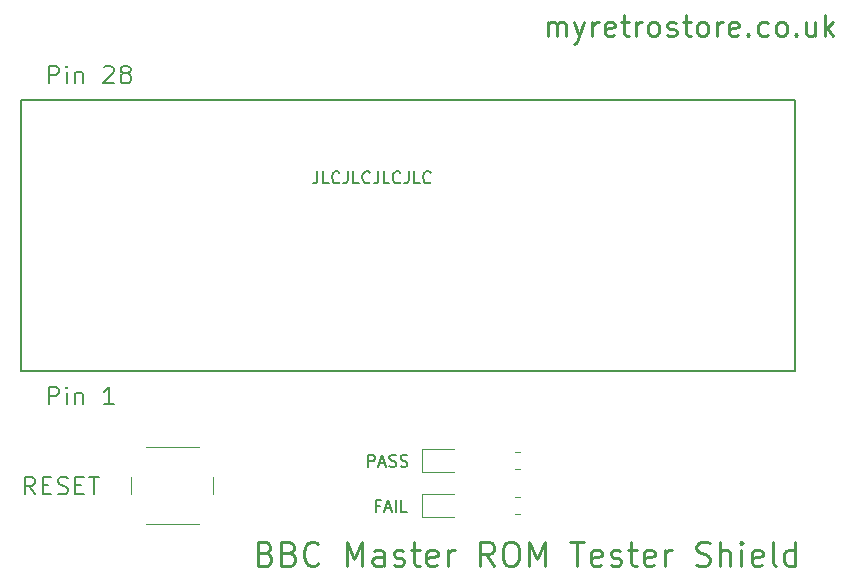
<source format=gbr>
G04 #@! TF.GenerationSoftware,KiCad,Pcbnew,8.0.4-unknown-202407162209~ee573a1480~ubuntu24.04.1*
G04 #@! TF.CreationDate,2024-07-25T22:24:25+01:00*
G04 #@! TF.ProjectId,BBC Master ROM Tester,42424320-4d61-4737-9465-7220524f4d20,1.0*
G04 #@! TF.SameCoordinates,Original*
G04 #@! TF.FileFunction,Legend,Top*
G04 #@! TF.FilePolarity,Positive*
%FSLAX46Y46*%
G04 Gerber Fmt 4.6, Leading zero omitted, Abs format (unit mm)*
G04 Created by KiCad (PCBNEW 8.0.4-unknown-202407162209~ee573a1480~ubuntu24.04.1) date 2024-07-25 22:24:25*
%MOMM*%
%LPD*%
G01*
G04 APERTURE LIST*
%ADD10C,0.150000*%
%ADD11C,0.187500*%
%ADD12C,0.250000*%
%ADD13C,0.225000*%
%ADD14C,0.120000*%
%ADD15C,0.127000*%
G04 APERTURE END LIST*
D10*
X164166779Y-93976819D02*
X164166779Y-92976819D01*
X164166779Y-92976819D02*
X164547731Y-92976819D01*
X164547731Y-92976819D02*
X164642969Y-93024438D01*
X164642969Y-93024438D02*
X164690588Y-93072057D01*
X164690588Y-93072057D02*
X164738207Y-93167295D01*
X164738207Y-93167295D02*
X164738207Y-93310152D01*
X164738207Y-93310152D02*
X164690588Y-93405390D01*
X164690588Y-93405390D02*
X164642969Y-93453009D01*
X164642969Y-93453009D02*
X164547731Y-93500628D01*
X164547731Y-93500628D02*
X164166779Y-93500628D01*
X165119160Y-93691104D02*
X165595350Y-93691104D01*
X165023922Y-93976819D02*
X165357255Y-92976819D01*
X165357255Y-92976819D02*
X165690588Y-93976819D01*
X165976303Y-93929200D02*
X166119160Y-93976819D01*
X166119160Y-93976819D02*
X166357255Y-93976819D01*
X166357255Y-93976819D02*
X166452493Y-93929200D01*
X166452493Y-93929200D02*
X166500112Y-93881580D01*
X166500112Y-93881580D02*
X166547731Y-93786342D01*
X166547731Y-93786342D02*
X166547731Y-93691104D01*
X166547731Y-93691104D02*
X166500112Y-93595866D01*
X166500112Y-93595866D02*
X166452493Y-93548247D01*
X166452493Y-93548247D02*
X166357255Y-93500628D01*
X166357255Y-93500628D02*
X166166779Y-93453009D01*
X166166779Y-93453009D02*
X166071541Y-93405390D01*
X166071541Y-93405390D02*
X166023922Y-93357771D01*
X166023922Y-93357771D02*
X165976303Y-93262533D01*
X165976303Y-93262533D02*
X165976303Y-93167295D01*
X165976303Y-93167295D02*
X166023922Y-93072057D01*
X166023922Y-93072057D02*
X166071541Y-93024438D01*
X166071541Y-93024438D02*
X166166779Y-92976819D01*
X166166779Y-92976819D02*
X166404874Y-92976819D01*
X166404874Y-92976819D02*
X166547731Y-93024438D01*
X166928684Y-93929200D02*
X167071541Y-93976819D01*
X167071541Y-93976819D02*
X167309636Y-93976819D01*
X167309636Y-93976819D02*
X167404874Y-93929200D01*
X167404874Y-93929200D02*
X167452493Y-93881580D01*
X167452493Y-93881580D02*
X167500112Y-93786342D01*
X167500112Y-93786342D02*
X167500112Y-93691104D01*
X167500112Y-93691104D02*
X167452493Y-93595866D01*
X167452493Y-93595866D02*
X167404874Y-93548247D01*
X167404874Y-93548247D02*
X167309636Y-93500628D01*
X167309636Y-93500628D02*
X167119160Y-93453009D01*
X167119160Y-93453009D02*
X167023922Y-93405390D01*
X167023922Y-93405390D02*
X166976303Y-93357771D01*
X166976303Y-93357771D02*
X166928684Y-93262533D01*
X166928684Y-93262533D02*
X166928684Y-93167295D01*
X166928684Y-93167295D02*
X166976303Y-93072057D01*
X166976303Y-93072057D02*
X167023922Y-93024438D01*
X167023922Y-93024438D02*
X167119160Y-92976819D01*
X167119160Y-92976819D02*
X167357255Y-92976819D01*
X167357255Y-92976819D02*
X167500112Y-93024438D01*
D11*
X137132497Y-61528678D02*
X137132497Y-60028678D01*
X137132497Y-60028678D02*
X137703926Y-60028678D01*
X137703926Y-60028678D02*
X137846783Y-60100107D01*
X137846783Y-60100107D02*
X137918212Y-60171535D01*
X137918212Y-60171535D02*
X137989640Y-60314392D01*
X137989640Y-60314392D02*
X137989640Y-60528678D01*
X137989640Y-60528678D02*
X137918212Y-60671535D01*
X137918212Y-60671535D02*
X137846783Y-60742964D01*
X137846783Y-60742964D02*
X137703926Y-60814392D01*
X137703926Y-60814392D02*
X137132497Y-60814392D01*
X138632497Y-61528678D02*
X138632497Y-60528678D01*
X138632497Y-60028678D02*
X138561069Y-60100107D01*
X138561069Y-60100107D02*
X138632497Y-60171535D01*
X138632497Y-60171535D02*
X138703926Y-60100107D01*
X138703926Y-60100107D02*
X138632497Y-60028678D01*
X138632497Y-60028678D02*
X138632497Y-60171535D01*
X139346783Y-60528678D02*
X139346783Y-61528678D01*
X139346783Y-60671535D02*
X139418212Y-60600107D01*
X139418212Y-60600107D02*
X139561069Y-60528678D01*
X139561069Y-60528678D02*
X139775355Y-60528678D01*
X139775355Y-60528678D02*
X139918212Y-60600107D01*
X139918212Y-60600107D02*
X139989641Y-60742964D01*
X139989641Y-60742964D02*
X139989641Y-61528678D01*
X141775355Y-60171535D02*
X141846783Y-60100107D01*
X141846783Y-60100107D02*
X141989641Y-60028678D01*
X141989641Y-60028678D02*
X142346783Y-60028678D01*
X142346783Y-60028678D02*
X142489641Y-60100107D01*
X142489641Y-60100107D02*
X142561069Y-60171535D01*
X142561069Y-60171535D02*
X142632498Y-60314392D01*
X142632498Y-60314392D02*
X142632498Y-60457250D01*
X142632498Y-60457250D02*
X142561069Y-60671535D01*
X142561069Y-60671535D02*
X141703926Y-61528678D01*
X141703926Y-61528678D02*
X142632498Y-61528678D01*
X143489640Y-60671535D02*
X143346783Y-60600107D01*
X143346783Y-60600107D02*
X143275354Y-60528678D01*
X143275354Y-60528678D02*
X143203926Y-60385821D01*
X143203926Y-60385821D02*
X143203926Y-60314392D01*
X143203926Y-60314392D02*
X143275354Y-60171535D01*
X143275354Y-60171535D02*
X143346783Y-60100107D01*
X143346783Y-60100107D02*
X143489640Y-60028678D01*
X143489640Y-60028678D02*
X143775354Y-60028678D01*
X143775354Y-60028678D02*
X143918212Y-60100107D01*
X143918212Y-60100107D02*
X143989640Y-60171535D01*
X143989640Y-60171535D02*
X144061069Y-60314392D01*
X144061069Y-60314392D02*
X144061069Y-60385821D01*
X144061069Y-60385821D02*
X143989640Y-60528678D01*
X143989640Y-60528678D02*
X143918212Y-60600107D01*
X143918212Y-60600107D02*
X143775354Y-60671535D01*
X143775354Y-60671535D02*
X143489640Y-60671535D01*
X143489640Y-60671535D02*
X143346783Y-60742964D01*
X143346783Y-60742964D02*
X143275354Y-60814392D01*
X143275354Y-60814392D02*
X143203926Y-60957250D01*
X143203926Y-60957250D02*
X143203926Y-61242964D01*
X143203926Y-61242964D02*
X143275354Y-61385821D01*
X143275354Y-61385821D02*
X143346783Y-61457250D01*
X143346783Y-61457250D02*
X143489640Y-61528678D01*
X143489640Y-61528678D02*
X143775354Y-61528678D01*
X143775354Y-61528678D02*
X143918212Y-61457250D01*
X143918212Y-61457250D02*
X143989640Y-61385821D01*
X143989640Y-61385821D02*
X144061069Y-61242964D01*
X144061069Y-61242964D02*
X144061069Y-60957250D01*
X144061069Y-60957250D02*
X143989640Y-60814392D01*
X143989640Y-60814392D02*
X143918212Y-60742964D01*
X143918212Y-60742964D02*
X143775354Y-60671535D01*
X137132497Y-88706678D02*
X137132497Y-87206678D01*
X137132497Y-87206678D02*
X137703926Y-87206678D01*
X137703926Y-87206678D02*
X137846783Y-87278107D01*
X137846783Y-87278107D02*
X137918212Y-87349535D01*
X137918212Y-87349535D02*
X137989640Y-87492392D01*
X137989640Y-87492392D02*
X137989640Y-87706678D01*
X137989640Y-87706678D02*
X137918212Y-87849535D01*
X137918212Y-87849535D02*
X137846783Y-87920964D01*
X137846783Y-87920964D02*
X137703926Y-87992392D01*
X137703926Y-87992392D02*
X137132497Y-87992392D01*
X138632497Y-88706678D02*
X138632497Y-87706678D01*
X138632497Y-87206678D02*
X138561069Y-87278107D01*
X138561069Y-87278107D02*
X138632497Y-87349535D01*
X138632497Y-87349535D02*
X138703926Y-87278107D01*
X138703926Y-87278107D02*
X138632497Y-87206678D01*
X138632497Y-87206678D02*
X138632497Y-87349535D01*
X139346783Y-87706678D02*
X139346783Y-88706678D01*
X139346783Y-87849535D02*
X139418212Y-87778107D01*
X139418212Y-87778107D02*
X139561069Y-87706678D01*
X139561069Y-87706678D02*
X139775355Y-87706678D01*
X139775355Y-87706678D02*
X139918212Y-87778107D01*
X139918212Y-87778107D02*
X139989641Y-87920964D01*
X139989641Y-87920964D02*
X139989641Y-88706678D01*
X142632498Y-88706678D02*
X141775355Y-88706678D01*
X142203926Y-88706678D02*
X142203926Y-87206678D01*
X142203926Y-87206678D02*
X142061069Y-87420964D01*
X142061069Y-87420964D02*
X141918212Y-87563821D01*
X141918212Y-87563821D02*
X141775355Y-87635250D01*
X135957640Y-96326678D02*
X135457640Y-95612392D01*
X135100497Y-96326678D02*
X135100497Y-94826678D01*
X135100497Y-94826678D02*
X135671926Y-94826678D01*
X135671926Y-94826678D02*
X135814783Y-94898107D01*
X135814783Y-94898107D02*
X135886212Y-94969535D01*
X135886212Y-94969535D02*
X135957640Y-95112392D01*
X135957640Y-95112392D02*
X135957640Y-95326678D01*
X135957640Y-95326678D02*
X135886212Y-95469535D01*
X135886212Y-95469535D02*
X135814783Y-95540964D01*
X135814783Y-95540964D02*
X135671926Y-95612392D01*
X135671926Y-95612392D02*
X135100497Y-95612392D01*
X136600497Y-95540964D02*
X137100497Y-95540964D01*
X137314783Y-96326678D02*
X136600497Y-96326678D01*
X136600497Y-96326678D02*
X136600497Y-94826678D01*
X136600497Y-94826678D02*
X137314783Y-94826678D01*
X137886212Y-96255250D02*
X138100498Y-96326678D01*
X138100498Y-96326678D02*
X138457640Y-96326678D01*
X138457640Y-96326678D02*
X138600498Y-96255250D01*
X138600498Y-96255250D02*
X138671926Y-96183821D01*
X138671926Y-96183821D02*
X138743355Y-96040964D01*
X138743355Y-96040964D02*
X138743355Y-95898107D01*
X138743355Y-95898107D02*
X138671926Y-95755250D01*
X138671926Y-95755250D02*
X138600498Y-95683821D01*
X138600498Y-95683821D02*
X138457640Y-95612392D01*
X138457640Y-95612392D02*
X138171926Y-95540964D01*
X138171926Y-95540964D02*
X138029069Y-95469535D01*
X138029069Y-95469535D02*
X137957640Y-95398107D01*
X137957640Y-95398107D02*
X137886212Y-95255250D01*
X137886212Y-95255250D02*
X137886212Y-95112392D01*
X137886212Y-95112392D02*
X137957640Y-94969535D01*
X137957640Y-94969535D02*
X138029069Y-94898107D01*
X138029069Y-94898107D02*
X138171926Y-94826678D01*
X138171926Y-94826678D02*
X138529069Y-94826678D01*
X138529069Y-94826678D02*
X138743355Y-94898107D01*
X139386211Y-95540964D02*
X139886211Y-95540964D01*
X140100497Y-96326678D02*
X139386211Y-96326678D01*
X139386211Y-96326678D02*
X139386211Y-94826678D01*
X139386211Y-94826678D02*
X140100497Y-94826678D01*
X140529069Y-94826678D02*
X141386212Y-94826678D01*
X140957640Y-96326678D02*
X140957640Y-94826678D01*
D12*
X155485330Y-101310619D02*
X155771044Y-101405857D01*
X155771044Y-101405857D02*
X155866282Y-101501095D01*
X155866282Y-101501095D02*
X155961520Y-101691571D01*
X155961520Y-101691571D02*
X155961520Y-101977285D01*
X155961520Y-101977285D02*
X155866282Y-102167761D01*
X155866282Y-102167761D02*
X155771044Y-102263000D01*
X155771044Y-102263000D02*
X155580568Y-102358238D01*
X155580568Y-102358238D02*
X154818663Y-102358238D01*
X154818663Y-102358238D02*
X154818663Y-100358238D01*
X154818663Y-100358238D02*
X155485330Y-100358238D01*
X155485330Y-100358238D02*
X155675806Y-100453476D01*
X155675806Y-100453476D02*
X155771044Y-100548714D01*
X155771044Y-100548714D02*
X155866282Y-100739190D01*
X155866282Y-100739190D02*
X155866282Y-100929666D01*
X155866282Y-100929666D02*
X155771044Y-101120142D01*
X155771044Y-101120142D02*
X155675806Y-101215380D01*
X155675806Y-101215380D02*
X155485330Y-101310619D01*
X155485330Y-101310619D02*
X154818663Y-101310619D01*
X157485330Y-101310619D02*
X157771044Y-101405857D01*
X157771044Y-101405857D02*
X157866282Y-101501095D01*
X157866282Y-101501095D02*
X157961520Y-101691571D01*
X157961520Y-101691571D02*
X157961520Y-101977285D01*
X157961520Y-101977285D02*
X157866282Y-102167761D01*
X157866282Y-102167761D02*
X157771044Y-102263000D01*
X157771044Y-102263000D02*
X157580568Y-102358238D01*
X157580568Y-102358238D02*
X156818663Y-102358238D01*
X156818663Y-102358238D02*
X156818663Y-100358238D01*
X156818663Y-100358238D02*
X157485330Y-100358238D01*
X157485330Y-100358238D02*
X157675806Y-100453476D01*
X157675806Y-100453476D02*
X157771044Y-100548714D01*
X157771044Y-100548714D02*
X157866282Y-100739190D01*
X157866282Y-100739190D02*
X157866282Y-100929666D01*
X157866282Y-100929666D02*
X157771044Y-101120142D01*
X157771044Y-101120142D02*
X157675806Y-101215380D01*
X157675806Y-101215380D02*
X157485330Y-101310619D01*
X157485330Y-101310619D02*
X156818663Y-101310619D01*
X159961520Y-102167761D02*
X159866282Y-102263000D01*
X159866282Y-102263000D02*
X159580568Y-102358238D01*
X159580568Y-102358238D02*
X159390092Y-102358238D01*
X159390092Y-102358238D02*
X159104377Y-102263000D01*
X159104377Y-102263000D02*
X158913901Y-102072523D01*
X158913901Y-102072523D02*
X158818663Y-101882047D01*
X158818663Y-101882047D02*
X158723425Y-101501095D01*
X158723425Y-101501095D02*
X158723425Y-101215380D01*
X158723425Y-101215380D02*
X158818663Y-100834428D01*
X158818663Y-100834428D02*
X158913901Y-100643952D01*
X158913901Y-100643952D02*
X159104377Y-100453476D01*
X159104377Y-100453476D02*
X159390092Y-100358238D01*
X159390092Y-100358238D02*
X159580568Y-100358238D01*
X159580568Y-100358238D02*
X159866282Y-100453476D01*
X159866282Y-100453476D02*
X159961520Y-100548714D01*
X162342473Y-102358238D02*
X162342473Y-100358238D01*
X162342473Y-100358238D02*
X163009140Y-101786809D01*
X163009140Y-101786809D02*
X163675806Y-100358238D01*
X163675806Y-100358238D02*
X163675806Y-102358238D01*
X165485330Y-102358238D02*
X165485330Y-101310619D01*
X165485330Y-101310619D02*
X165390092Y-101120142D01*
X165390092Y-101120142D02*
X165199616Y-101024904D01*
X165199616Y-101024904D02*
X164818663Y-101024904D01*
X164818663Y-101024904D02*
X164628187Y-101120142D01*
X165485330Y-102263000D02*
X165294854Y-102358238D01*
X165294854Y-102358238D02*
X164818663Y-102358238D01*
X164818663Y-102358238D02*
X164628187Y-102263000D01*
X164628187Y-102263000D02*
X164532949Y-102072523D01*
X164532949Y-102072523D02*
X164532949Y-101882047D01*
X164532949Y-101882047D02*
X164628187Y-101691571D01*
X164628187Y-101691571D02*
X164818663Y-101596333D01*
X164818663Y-101596333D02*
X165294854Y-101596333D01*
X165294854Y-101596333D02*
X165485330Y-101501095D01*
X166342473Y-102263000D02*
X166532949Y-102358238D01*
X166532949Y-102358238D02*
X166913901Y-102358238D01*
X166913901Y-102358238D02*
X167104378Y-102263000D01*
X167104378Y-102263000D02*
X167199616Y-102072523D01*
X167199616Y-102072523D02*
X167199616Y-101977285D01*
X167199616Y-101977285D02*
X167104378Y-101786809D01*
X167104378Y-101786809D02*
X166913901Y-101691571D01*
X166913901Y-101691571D02*
X166628187Y-101691571D01*
X166628187Y-101691571D02*
X166437711Y-101596333D01*
X166437711Y-101596333D02*
X166342473Y-101405857D01*
X166342473Y-101405857D02*
X166342473Y-101310619D01*
X166342473Y-101310619D02*
X166437711Y-101120142D01*
X166437711Y-101120142D02*
X166628187Y-101024904D01*
X166628187Y-101024904D02*
X166913901Y-101024904D01*
X166913901Y-101024904D02*
X167104378Y-101120142D01*
X167771045Y-101024904D02*
X168532949Y-101024904D01*
X168056759Y-100358238D02*
X168056759Y-102072523D01*
X168056759Y-102072523D02*
X168151997Y-102263000D01*
X168151997Y-102263000D02*
X168342473Y-102358238D01*
X168342473Y-102358238D02*
X168532949Y-102358238D01*
X169961521Y-102263000D02*
X169771045Y-102358238D01*
X169771045Y-102358238D02*
X169390092Y-102358238D01*
X169390092Y-102358238D02*
X169199616Y-102263000D01*
X169199616Y-102263000D02*
X169104378Y-102072523D01*
X169104378Y-102072523D02*
X169104378Y-101310619D01*
X169104378Y-101310619D02*
X169199616Y-101120142D01*
X169199616Y-101120142D02*
X169390092Y-101024904D01*
X169390092Y-101024904D02*
X169771045Y-101024904D01*
X169771045Y-101024904D02*
X169961521Y-101120142D01*
X169961521Y-101120142D02*
X170056759Y-101310619D01*
X170056759Y-101310619D02*
X170056759Y-101501095D01*
X170056759Y-101501095D02*
X169104378Y-101691571D01*
X170913902Y-102358238D02*
X170913902Y-101024904D01*
X170913902Y-101405857D02*
X171009140Y-101215380D01*
X171009140Y-101215380D02*
X171104378Y-101120142D01*
X171104378Y-101120142D02*
X171294854Y-101024904D01*
X171294854Y-101024904D02*
X171485331Y-101024904D01*
X174818664Y-102358238D02*
X174151997Y-101405857D01*
X173675807Y-102358238D02*
X173675807Y-100358238D01*
X173675807Y-100358238D02*
X174437712Y-100358238D01*
X174437712Y-100358238D02*
X174628188Y-100453476D01*
X174628188Y-100453476D02*
X174723426Y-100548714D01*
X174723426Y-100548714D02*
X174818664Y-100739190D01*
X174818664Y-100739190D02*
X174818664Y-101024904D01*
X174818664Y-101024904D02*
X174723426Y-101215380D01*
X174723426Y-101215380D02*
X174628188Y-101310619D01*
X174628188Y-101310619D02*
X174437712Y-101405857D01*
X174437712Y-101405857D02*
X173675807Y-101405857D01*
X176056759Y-100358238D02*
X176437712Y-100358238D01*
X176437712Y-100358238D02*
X176628188Y-100453476D01*
X176628188Y-100453476D02*
X176818664Y-100643952D01*
X176818664Y-100643952D02*
X176913902Y-101024904D01*
X176913902Y-101024904D02*
X176913902Y-101691571D01*
X176913902Y-101691571D02*
X176818664Y-102072523D01*
X176818664Y-102072523D02*
X176628188Y-102263000D01*
X176628188Y-102263000D02*
X176437712Y-102358238D01*
X176437712Y-102358238D02*
X176056759Y-102358238D01*
X176056759Y-102358238D02*
X175866283Y-102263000D01*
X175866283Y-102263000D02*
X175675807Y-102072523D01*
X175675807Y-102072523D02*
X175580569Y-101691571D01*
X175580569Y-101691571D02*
X175580569Y-101024904D01*
X175580569Y-101024904D02*
X175675807Y-100643952D01*
X175675807Y-100643952D02*
X175866283Y-100453476D01*
X175866283Y-100453476D02*
X176056759Y-100358238D01*
X177771045Y-102358238D02*
X177771045Y-100358238D01*
X177771045Y-100358238D02*
X178437712Y-101786809D01*
X178437712Y-101786809D02*
X179104378Y-100358238D01*
X179104378Y-100358238D02*
X179104378Y-102358238D01*
X181294855Y-100358238D02*
X182437712Y-100358238D01*
X181866283Y-102358238D02*
X181866283Y-100358238D01*
X183866284Y-102263000D02*
X183675808Y-102358238D01*
X183675808Y-102358238D02*
X183294855Y-102358238D01*
X183294855Y-102358238D02*
X183104379Y-102263000D01*
X183104379Y-102263000D02*
X183009141Y-102072523D01*
X183009141Y-102072523D02*
X183009141Y-101310619D01*
X183009141Y-101310619D02*
X183104379Y-101120142D01*
X183104379Y-101120142D02*
X183294855Y-101024904D01*
X183294855Y-101024904D02*
X183675808Y-101024904D01*
X183675808Y-101024904D02*
X183866284Y-101120142D01*
X183866284Y-101120142D02*
X183961522Y-101310619D01*
X183961522Y-101310619D02*
X183961522Y-101501095D01*
X183961522Y-101501095D02*
X183009141Y-101691571D01*
X184723427Y-102263000D02*
X184913903Y-102358238D01*
X184913903Y-102358238D02*
X185294855Y-102358238D01*
X185294855Y-102358238D02*
X185485332Y-102263000D01*
X185485332Y-102263000D02*
X185580570Y-102072523D01*
X185580570Y-102072523D02*
X185580570Y-101977285D01*
X185580570Y-101977285D02*
X185485332Y-101786809D01*
X185485332Y-101786809D02*
X185294855Y-101691571D01*
X185294855Y-101691571D02*
X185009141Y-101691571D01*
X185009141Y-101691571D02*
X184818665Y-101596333D01*
X184818665Y-101596333D02*
X184723427Y-101405857D01*
X184723427Y-101405857D02*
X184723427Y-101310619D01*
X184723427Y-101310619D02*
X184818665Y-101120142D01*
X184818665Y-101120142D02*
X185009141Y-101024904D01*
X185009141Y-101024904D02*
X185294855Y-101024904D01*
X185294855Y-101024904D02*
X185485332Y-101120142D01*
X186151999Y-101024904D02*
X186913903Y-101024904D01*
X186437713Y-100358238D02*
X186437713Y-102072523D01*
X186437713Y-102072523D02*
X186532951Y-102263000D01*
X186532951Y-102263000D02*
X186723427Y-102358238D01*
X186723427Y-102358238D02*
X186913903Y-102358238D01*
X188342475Y-102263000D02*
X188151999Y-102358238D01*
X188151999Y-102358238D02*
X187771046Y-102358238D01*
X187771046Y-102358238D02*
X187580570Y-102263000D01*
X187580570Y-102263000D02*
X187485332Y-102072523D01*
X187485332Y-102072523D02*
X187485332Y-101310619D01*
X187485332Y-101310619D02*
X187580570Y-101120142D01*
X187580570Y-101120142D02*
X187771046Y-101024904D01*
X187771046Y-101024904D02*
X188151999Y-101024904D01*
X188151999Y-101024904D02*
X188342475Y-101120142D01*
X188342475Y-101120142D02*
X188437713Y-101310619D01*
X188437713Y-101310619D02*
X188437713Y-101501095D01*
X188437713Y-101501095D02*
X187485332Y-101691571D01*
X189294856Y-102358238D02*
X189294856Y-101024904D01*
X189294856Y-101405857D02*
X189390094Y-101215380D01*
X189390094Y-101215380D02*
X189485332Y-101120142D01*
X189485332Y-101120142D02*
X189675808Y-101024904D01*
X189675808Y-101024904D02*
X189866285Y-101024904D01*
X191961523Y-102263000D02*
X192247237Y-102358238D01*
X192247237Y-102358238D02*
X192723428Y-102358238D01*
X192723428Y-102358238D02*
X192913904Y-102263000D01*
X192913904Y-102263000D02*
X193009142Y-102167761D01*
X193009142Y-102167761D02*
X193104380Y-101977285D01*
X193104380Y-101977285D02*
X193104380Y-101786809D01*
X193104380Y-101786809D02*
X193009142Y-101596333D01*
X193009142Y-101596333D02*
X192913904Y-101501095D01*
X192913904Y-101501095D02*
X192723428Y-101405857D01*
X192723428Y-101405857D02*
X192342475Y-101310619D01*
X192342475Y-101310619D02*
X192151999Y-101215380D01*
X192151999Y-101215380D02*
X192056761Y-101120142D01*
X192056761Y-101120142D02*
X191961523Y-100929666D01*
X191961523Y-100929666D02*
X191961523Y-100739190D01*
X191961523Y-100739190D02*
X192056761Y-100548714D01*
X192056761Y-100548714D02*
X192151999Y-100453476D01*
X192151999Y-100453476D02*
X192342475Y-100358238D01*
X192342475Y-100358238D02*
X192818666Y-100358238D01*
X192818666Y-100358238D02*
X193104380Y-100453476D01*
X193961523Y-102358238D02*
X193961523Y-100358238D01*
X194818666Y-102358238D02*
X194818666Y-101310619D01*
X194818666Y-101310619D02*
X194723428Y-101120142D01*
X194723428Y-101120142D02*
X194532952Y-101024904D01*
X194532952Y-101024904D02*
X194247237Y-101024904D01*
X194247237Y-101024904D02*
X194056761Y-101120142D01*
X194056761Y-101120142D02*
X193961523Y-101215380D01*
X195771047Y-102358238D02*
X195771047Y-101024904D01*
X195771047Y-100358238D02*
X195675809Y-100453476D01*
X195675809Y-100453476D02*
X195771047Y-100548714D01*
X195771047Y-100548714D02*
X195866285Y-100453476D01*
X195866285Y-100453476D02*
X195771047Y-100358238D01*
X195771047Y-100358238D02*
X195771047Y-100548714D01*
X197485333Y-102263000D02*
X197294857Y-102358238D01*
X197294857Y-102358238D02*
X196913904Y-102358238D01*
X196913904Y-102358238D02*
X196723428Y-102263000D01*
X196723428Y-102263000D02*
X196628190Y-102072523D01*
X196628190Y-102072523D02*
X196628190Y-101310619D01*
X196628190Y-101310619D02*
X196723428Y-101120142D01*
X196723428Y-101120142D02*
X196913904Y-101024904D01*
X196913904Y-101024904D02*
X197294857Y-101024904D01*
X197294857Y-101024904D02*
X197485333Y-101120142D01*
X197485333Y-101120142D02*
X197580571Y-101310619D01*
X197580571Y-101310619D02*
X197580571Y-101501095D01*
X197580571Y-101501095D02*
X196628190Y-101691571D01*
X198723428Y-102358238D02*
X198532952Y-102263000D01*
X198532952Y-102263000D02*
X198437714Y-102072523D01*
X198437714Y-102072523D02*
X198437714Y-100358238D01*
X200342476Y-102358238D02*
X200342476Y-100358238D01*
X200342476Y-102263000D02*
X200152000Y-102358238D01*
X200152000Y-102358238D02*
X199771047Y-102358238D01*
X199771047Y-102358238D02*
X199580571Y-102263000D01*
X199580571Y-102263000D02*
X199485333Y-102167761D01*
X199485333Y-102167761D02*
X199390095Y-101977285D01*
X199390095Y-101977285D02*
X199390095Y-101405857D01*
X199390095Y-101405857D02*
X199485333Y-101215380D01*
X199485333Y-101215380D02*
X199580571Y-101120142D01*
X199580571Y-101120142D02*
X199771047Y-101024904D01*
X199771047Y-101024904D02*
X200152000Y-101024904D01*
X200152000Y-101024904D02*
X200342476Y-101120142D01*
D10*
X165135112Y-97263009D02*
X164801779Y-97263009D01*
X164801779Y-97786819D02*
X164801779Y-96786819D01*
X164801779Y-96786819D02*
X165277969Y-96786819D01*
X165611303Y-97501104D02*
X166087493Y-97501104D01*
X165516065Y-97786819D02*
X165849398Y-96786819D01*
X165849398Y-96786819D02*
X166182731Y-97786819D01*
X166516065Y-97786819D02*
X166516065Y-96786819D01*
X167468445Y-97786819D02*
X166992255Y-97786819D01*
X166992255Y-97786819D02*
X166992255Y-96786819D01*
D13*
X179392597Y-57553014D02*
X179392597Y-56353014D01*
X179392597Y-56524442D02*
X179478311Y-56438728D01*
X179478311Y-56438728D02*
X179649740Y-56353014D01*
X179649740Y-56353014D02*
X179906883Y-56353014D01*
X179906883Y-56353014D02*
X180078311Y-56438728D01*
X180078311Y-56438728D02*
X180164026Y-56610157D01*
X180164026Y-56610157D02*
X180164026Y-57553014D01*
X180164026Y-56610157D02*
X180249740Y-56438728D01*
X180249740Y-56438728D02*
X180421168Y-56353014D01*
X180421168Y-56353014D02*
X180678311Y-56353014D01*
X180678311Y-56353014D02*
X180849740Y-56438728D01*
X180849740Y-56438728D02*
X180935454Y-56610157D01*
X180935454Y-56610157D02*
X180935454Y-57553014D01*
X181621168Y-56353014D02*
X182049740Y-57553014D01*
X182478311Y-56353014D02*
X182049740Y-57553014D01*
X182049740Y-57553014D02*
X181878311Y-57981585D01*
X181878311Y-57981585D02*
X181792597Y-58067300D01*
X181792597Y-58067300D02*
X181621168Y-58153014D01*
X183164026Y-57553014D02*
X183164026Y-56353014D01*
X183164026Y-56695871D02*
X183249740Y-56524442D01*
X183249740Y-56524442D02*
X183335455Y-56438728D01*
X183335455Y-56438728D02*
X183506883Y-56353014D01*
X183506883Y-56353014D02*
X183678312Y-56353014D01*
X184964026Y-57467300D02*
X184792598Y-57553014D01*
X184792598Y-57553014D02*
X184449741Y-57553014D01*
X184449741Y-57553014D02*
X184278312Y-57467300D01*
X184278312Y-57467300D02*
X184192598Y-57295871D01*
X184192598Y-57295871D02*
X184192598Y-56610157D01*
X184192598Y-56610157D02*
X184278312Y-56438728D01*
X184278312Y-56438728D02*
X184449741Y-56353014D01*
X184449741Y-56353014D02*
X184792598Y-56353014D01*
X184792598Y-56353014D02*
X184964026Y-56438728D01*
X184964026Y-56438728D02*
X185049741Y-56610157D01*
X185049741Y-56610157D02*
X185049741Y-56781585D01*
X185049741Y-56781585D02*
X184192598Y-56953014D01*
X185564026Y-56353014D02*
X186249740Y-56353014D01*
X185821169Y-55753014D02*
X185821169Y-57295871D01*
X185821169Y-57295871D02*
X185906883Y-57467300D01*
X185906883Y-57467300D02*
X186078312Y-57553014D01*
X186078312Y-57553014D02*
X186249740Y-57553014D01*
X186849740Y-57553014D02*
X186849740Y-56353014D01*
X186849740Y-56695871D02*
X186935454Y-56524442D01*
X186935454Y-56524442D02*
X187021169Y-56438728D01*
X187021169Y-56438728D02*
X187192597Y-56353014D01*
X187192597Y-56353014D02*
X187364026Y-56353014D01*
X188221169Y-57553014D02*
X188049740Y-57467300D01*
X188049740Y-57467300D02*
X187964026Y-57381585D01*
X187964026Y-57381585D02*
X187878312Y-57210157D01*
X187878312Y-57210157D02*
X187878312Y-56695871D01*
X187878312Y-56695871D02*
X187964026Y-56524442D01*
X187964026Y-56524442D02*
X188049740Y-56438728D01*
X188049740Y-56438728D02*
X188221169Y-56353014D01*
X188221169Y-56353014D02*
X188478312Y-56353014D01*
X188478312Y-56353014D02*
X188649740Y-56438728D01*
X188649740Y-56438728D02*
X188735455Y-56524442D01*
X188735455Y-56524442D02*
X188821169Y-56695871D01*
X188821169Y-56695871D02*
X188821169Y-57210157D01*
X188821169Y-57210157D02*
X188735455Y-57381585D01*
X188735455Y-57381585D02*
X188649740Y-57467300D01*
X188649740Y-57467300D02*
X188478312Y-57553014D01*
X188478312Y-57553014D02*
X188221169Y-57553014D01*
X189506883Y-57467300D02*
X189678311Y-57553014D01*
X189678311Y-57553014D02*
X190021168Y-57553014D01*
X190021168Y-57553014D02*
X190192597Y-57467300D01*
X190192597Y-57467300D02*
X190278311Y-57295871D01*
X190278311Y-57295871D02*
X190278311Y-57210157D01*
X190278311Y-57210157D02*
X190192597Y-57038728D01*
X190192597Y-57038728D02*
X190021168Y-56953014D01*
X190021168Y-56953014D02*
X189764026Y-56953014D01*
X189764026Y-56953014D02*
X189592597Y-56867300D01*
X189592597Y-56867300D02*
X189506883Y-56695871D01*
X189506883Y-56695871D02*
X189506883Y-56610157D01*
X189506883Y-56610157D02*
X189592597Y-56438728D01*
X189592597Y-56438728D02*
X189764026Y-56353014D01*
X189764026Y-56353014D02*
X190021168Y-56353014D01*
X190021168Y-56353014D02*
X190192597Y-56438728D01*
X190792597Y-56353014D02*
X191478311Y-56353014D01*
X191049740Y-55753014D02*
X191049740Y-57295871D01*
X191049740Y-57295871D02*
X191135454Y-57467300D01*
X191135454Y-57467300D02*
X191306883Y-57553014D01*
X191306883Y-57553014D02*
X191478311Y-57553014D01*
X192335454Y-57553014D02*
X192164025Y-57467300D01*
X192164025Y-57467300D02*
X192078311Y-57381585D01*
X192078311Y-57381585D02*
X191992597Y-57210157D01*
X191992597Y-57210157D02*
X191992597Y-56695871D01*
X191992597Y-56695871D02*
X192078311Y-56524442D01*
X192078311Y-56524442D02*
X192164025Y-56438728D01*
X192164025Y-56438728D02*
X192335454Y-56353014D01*
X192335454Y-56353014D02*
X192592597Y-56353014D01*
X192592597Y-56353014D02*
X192764025Y-56438728D01*
X192764025Y-56438728D02*
X192849740Y-56524442D01*
X192849740Y-56524442D02*
X192935454Y-56695871D01*
X192935454Y-56695871D02*
X192935454Y-57210157D01*
X192935454Y-57210157D02*
X192849740Y-57381585D01*
X192849740Y-57381585D02*
X192764025Y-57467300D01*
X192764025Y-57467300D02*
X192592597Y-57553014D01*
X192592597Y-57553014D02*
X192335454Y-57553014D01*
X193706882Y-57553014D02*
X193706882Y-56353014D01*
X193706882Y-56695871D02*
X193792596Y-56524442D01*
X193792596Y-56524442D02*
X193878311Y-56438728D01*
X193878311Y-56438728D02*
X194049739Y-56353014D01*
X194049739Y-56353014D02*
X194221168Y-56353014D01*
X195506882Y-57467300D02*
X195335454Y-57553014D01*
X195335454Y-57553014D02*
X194992597Y-57553014D01*
X194992597Y-57553014D02*
X194821168Y-57467300D01*
X194821168Y-57467300D02*
X194735454Y-57295871D01*
X194735454Y-57295871D02*
X194735454Y-56610157D01*
X194735454Y-56610157D02*
X194821168Y-56438728D01*
X194821168Y-56438728D02*
X194992597Y-56353014D01*
X194992597Y-56353014D02*
X195335454Y-56353014D01*
X195335454Y-56353014D02*
X195506882Y-56438728D01*
X195506882Y-56438728D02*
X195592597Y-56610157D01*
X195592597Y-56610157D02*
X195592597Y-56781585D01*
X195592597Y-56781585D02*
X194735454Y-56953014D01*
X196364025Y-57381585D02*
X196449739Y-57467300D01*
X196449739Y-57467300D02*
X196364025Y-57553014D01*
X196364025Y-57553014D02*
X196278311Y-57467300D01*
X196278311Y-57467300D02*
X196364025Y-57381585D01*
X196364025Y-57381585D02*
X196364025Y-57553014D01*
X197992597Y-57467300D02*
X197821168Y-57553014D01*
X197821168Y-57553014D02*
X197478311Y-57553014D01*
X197478311Y-57553014D02*
X197306882Y-57467300D01*
X197306882Y-57467300D02*
X197221168Y-57381585D01*
X197221168Y-57381585D02*
X197135454Y-57210157D01*
X197135454Y-57210157D02*
X197135454Y-56695871D01*
X197135454Y-56695871D02*
X197221168Y-56524442D01*
X197221168Y-56524442D02*
X197306882Y-56438728D01*
X197306882Y-56438728D02*
X197478311Y-56353014D01*
X197478311Y-56353014D02*
X197821168Y-56353014D01*
X197821168Y-56353014D02*
X197992597Y-56438728D01*
X199021168Y-57553014D02*
X198849739Y-57467300D01*
X198849739Y-57467300D02*
X198764025Y-57381585D01*
X198764025Y-57381585D02*
X198678311Y-57210157D01*
X198678311Y-57210157D02*
X198678311Y-56695871D01*
X198678311Y-56695871D02*
X198764025Y-56524442D01*
X198764025Y-56524442D02*
X198849739Y-56438728D01*
X198849739Y-56438728D02*
X199021168Y-56353014D01*
X199021168Y-56353014D02*
X199278311Y-56353014D01*
X199278311Y-56353014D02*
X199449739Y-56438728D01*
X199449739Y-56438728D02*
X199535454Y-56524442D01*
X199535454Y-56524442D02*
X199621168Y-56695871D01*
X199621168Y-56695871D02*
X199621168Y-57210157D01*
X199621168Y-57210157D02*
X199535454Y-57381585D01*
X199535454Y-57381585D02*
X199449739Y-57467300D01*
X199449739Y-57467300D02*
X199278311Y-57553014D01*
X199278311Y-57553014D02*
X199021168Y-57553014D01*
X200392596Y-57381585D02*
X200478310Y-57467300D01*
X200478310Y-57467300D02*
X200392596Y-57553014D01*
X200392596Y-57553014D02*
X200306882Y-57467300D01*
X200306882Y-57467300D02*
X200392596Y-57381585D01*
X200392596Y-57381585D02*
X200392596Y-57553014D01*
X202021168Y-56353014D02*
X202021168Y-57553014D01*
X201249739Y-56353014D02*
X201249739Y-57295871D01*
X201249739Y-57295871D02*
X201335453Y-57467300D01*
X201335453Y-57467300D02*
X201506882Y-57553014D01*
X201506882Y-57553014D02*
X201764025Y-57553014D01*
X201764025Y-57553014D02*
X201935453Y-57467300D01*
X201935453Y-57467300D02*
X202021168Y-57381585D01*
X202878310Y-57553014D02*
X202878310Y-55753014D01*
X203049739Y-56867300D02*
X203564024Y-57553014D01*
X203564024Y-56353014D02*
X202878310Y-57038728D01*
D10*
X159880493Y-68973819D02*
X159880493Y-69688104D01*
X159880493Y-69688104D02*
X159832874Y-69830961D01*
X159832874Y-69830961D02*
X159737636Y-69926200D01*
X159737636Y-69926200D02*
X159594779Y-69973819D01*
X159594779Y-69973819D02*
X159499541Y-69973819D01*
X160832874Y-69973819D02*
X160356684Y-69973819D01*
X160356684Y-69973819D02*
X160356684Y-68973819D01*
X161737636Y-69878580D02*
X161690017Y-69926200D01*
X161690017Y-69926200D02*
X161547160Y-69973819D01*
X161547160Y-69973819D02*
X161451922Y-69973819D01*
X161451922Y-69973819D02*
X161309065Y-69926200D01*
X161309065Y-69926200D02*
X161213827Y-69830961D01*
X161213827Y-69830961D02*
X161166208Y-69735723D01*
X161166208Y-69735723D02*
X161118589Y-69545247D01*
X161118589Y-69545247D02*
X161118589Y-69402390D01*
X161118589Y-69402390D02*
X161166208Y-69211914D01*
X161166208Y-69211914D02*
X161213827Y-69116676D01*
X161213827Y-69116676D02*
X161309065Y-69021438D01*
X161309065Y-69021438D02*
X161451922Y-68973819D01*
X161451922Y-68973819D02*
X161547160Y-68973819D01*
X161547160Y-68973819D02*
X161690017Y-69021438D01*
X161690017Y-69021438D02*
X161737636Y-69069057D01*
X162451922Y-68973819D02*
X162451922Y-69688104D01*
X162451922Y-69688104D02*
X162404303Y-69830961D01*
X162404303Y-69830961D02*
X162309065Y-69926200D01*
X162309065Y-69926200D02*
X162166208Y-69973819D01*
X162166208Y-69973819D02*
X162070970Y-69973819D01*
X163404303Y-69973819D02*
X162928113Y-69973819D01*
X162928113Y-69973819D02*
X162928113Y-68973819D01*
X164309065Y-69878580D02*
X164261446Y-69926200D01*
X164261446Y-69926200D02*
X164118589Y-69973819D01*
X164118589Y-69973819D02*
X164023351Y-69973819D01*
X164023351Y-69973819D02*
X163880494Y-69926200D01*
X163880494Y-69926200D02*
X163785256Y-69830961D01*
X163785256Y-69830961D02*
X163737637Y-69735723D01*
X163737637Y-69735723D02*
X163690018Y-69545247D01*
X163690018Y-69545247D02*
X163690018Y-69402390D01*
X163690018Y-69402390D02*
X163737637Y-69211914D01*
X163737637Y-69211914D02*
X163785256Y-69116676D01*
X163785256Y-69116676D02*
X163880494Y-69021438D01*
X163880494Y-69021438D02*
X164023351Y-68973819D01*
X164023351Y-68973819D02*
X164118589Y-68973819D01*
X164118589Y-68973819D02*
X164261446Y-69021438D01*
X164261446Y-69021438D02*
X164309065Y-69069057D01*
X165023351Y-68973819D02*
X165023351Y-69688104D01*
X165023351Y-69688104D02*
X164975732Y-69830961D01*
X164975732Y-69830961D02*
X164880494Y-69926200D01*
X164880494Y-69926200D02*
X164737637Y-69973819D01*
X164737637Y-69973819D02*
X164642399Y-69973819D01*
X165975732Y-69973819D02*
X165499542Y-69973819D01*
X165499542Y-69973819D02*
X165499542Y-68973819D01*
X166880494Y-69878580D02*
X166832875Y-69926200D01*
X166832875Y-69926200D02*
X166690018Y-69973819D01*
X166690018Y-69973819D02*
X166594780Y-69973819D01*
X166594780Y-69973819D02*
X166451923Y-69926200D01*
X166451923Y-69926200D02*
X166356685Y-69830961D01*
X166356685Y-69830961D02*
X166309066Y-69735723D01*
X166309066Y-69735723D02*
X166261447Y-69545247D01*
X166261447Y-69545247D02*
X166261447Y-69402390D01*
X166261447Y-69402390D02*
X166309066Y-69211914D01*
X166309066Y-69211914D02*
X166356685Y-69116676D01*
X166356685Y-69116676D02*
X166451923Y-69021438D01*
X166451923Y-69021438D02*
X166594780Y-68973819D01*
X166594780Y-68973819D02*
X166690018Y-68973819D01*
X166690018Y-68973819D02*
X166832875Y-69021438D01*
X166832875Y-69021438D02*
X166880494Y-69069057D01*
X167594780Y-68973819D02*
X167594780Y-69688104D01*
X167594780Y-69688104D02*
X167547161Y-69830961D01*
X167547161Y-69830961D02*
X167451923Y-69926200D01*
X167451923Y-69926200D02*
X167309066Y-69973819D01*
X167309066Y-69973819D02*
X167213828Y-69973819D01*
X168547161Y-69973819D02*
X168070971Y-69973819D01*
X168070971Y-69973819D02*
X168070971Y-68973819D01*
X169451923Y-69878580D02*
X169404304Y-69926200D01*
X169404304Y-69926200D02*
X169261447Y-69973819D01*
X169261447Y-69973819D02*
X169166209Y-69973819D01*
X169166209Y-69973819D02*
X169023352Y-69926200D01*
X169023352Y-69926200D02*
X168928114Y-69830961D01*
X168928114Y-69830961D02*
X168880495Y-69735723D01*
X168880495Y-69735723D02*
X168832876Y-69545247D01*
X168832876Y-69545247D02*
X168832876Y-69402390D01*
X168832876Y-69402390D02*
X168880495Y-69211914D01*
X168880495Y-69211914D02*
X168928114Y-69116676D01*
X168928114Y-69116676D02*
X169023352Y-69021438D01*
X169023352Y-69021438D02*
X169166209Y-68973819D01*
X169166209Y-68973819D02*
X169261447Y-68973819D01*
X169261447Y-68973819D02*
X169404304Y-69021438D01*
X169404304Y-69021438D02*
X169451923Y-69069057D01*
D14*
G04 #@! TO.C,SW1*
X144074000Y-94819600D02*
X144074000Y-96319600D01*
X145324000Y-98819600D02*
X149824000Y-98819600D01*
X149824000Y-92319600D02*
X145324000Y-92319600D01*
X151074000Y-96319600D02*
X151074000Y-94819600D01*
G04 #@! TO.C,D2*
X168732500Y-96322000D02*
X168732500Y-98242000D01*
X168732500Y-98242000D02*
X171417500Y-98242000D01*
X171417500Y-96322000D02*
X168732500Y-96322000D01*
G04 #@! TO.C,R1*
X177027064Y-92737000D02*
X176572936Y-92737000D01*
X177027064Y-94207000D02*
X176572936Y-94207000D01*
G04 #@! TO.C,R2*
X177027064Y-96547000D02*
X176572936Y-96547000D01*
X177027064Y-98017000D02*
X176572936Y-98017000D01*
G04 #@! TO.C,D1*
X168732500Y-92512000D02*
X168732500Y-94432000D01*
X168732500Y-94432000D02*
X171417500Y-94432000D01*
X171417500Y-92512000D02*
X168732500Y-92512000D01*
D15*
G04 #@! TO.C,U2*
X134788000Y-62972000D02*
X134788000Y-85872000D01*
X134788000Y-85872000D02*
X200288000Y-85872000D01*
X200288000Y-62972000D02*
X134788000Y-62972000D01*
X200288000Y-85872000D02*
X200288000Y-62972000D01*
G04 #@! TD*
M02*

</source>
